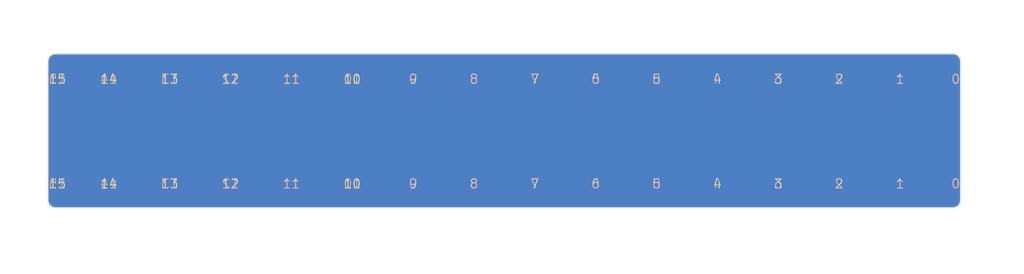
<source format=kicad_pcb>
(kicad_pcb (version 20211014) (generator pcbnew)
  (title_block (title "Spacehuhn PCB Ruler") (date "2022-06-24") (rev "2") (company "Spacehuhn Technologies") (comment 1 "Designed with <3 by Stefan"))
  (layers (0 "F.Cu" signal) (31 "B.Cu" signal) (34 "B.Paste" user) (35 "F.Paste" user) (36 "B.SilkS" user "B.Silkscreen") (37 "F.SilkS" user "F.Silkscreen") (38 "B.Mask" user) (39 "F.Mask" user) (44 "Edge.Cuts" user))
  (net 0 "")
  (footprint "PCB-Art:blackhole" (layer "F.Cu") (at 135.75 97.5)
    (fp_text reference "G***" hide)
    (fp_text value "LOGO" hide)
  )
  (footprint "PCB-Art:planet" (layer "F.Cu") (at 121 102.25)
    (fp_text reference "G***" hide)
    (fp_text value "LOGO" hide)
  )
  (footprint "PCB-Art:star3" (layer "F.Cu") (at 103.25 93.25)
    (fp_text reference "G***" hide)
    (fp_text value "LOGO" hide)
  )
  (footprint "PCB-Art:star3" (layer "F.Cu") (at 124 94.25)
    (fp_text reference "G***" hide)
    (fp_text value "LOGO" hide)
  )
  (footprint "PCB-Art:star1" (layer "F.Cu") (at 86.5 91.5)
    (fp_text reference "G***" hide)
    (fp_text value "LOGO" hide)
  )
  (footprint "PCB-Art:star1" (layer "F.Cu") (at 80.25 95.25)
    (fp_text reference "G***" hide)
    (fp_text value "LOGO" hide)
  )
  (footprint "PCB-Art:star1" (layer "F.Cu") (at 99.5 101.5)
    (fp_text reference "G***" hide)
    (fp_text value "LOGO" hide)
  )
  (footprint "PCB-Art:star2" (layer "F.Cu") (at 87.5 104.75)
    (fp_text reference "G***" hide)
    (fp_text value "LOGO" hide)
  )
  (footprint "PCB-Art:galaxy1" (layer "F.Cu") (at 90.75 97.5 30)
    (fp_text reference "G***" hide)
    (fp_text value "LOGO" hide)
  )
  (footprint "PCB-Art:comet" (layer "F.Cu") (at 111.25 99.5)
    (fp_text reference "G***" hide)
    (fp_text value "LOGO" hide)
  )
  (footprint "PCB-Art:star3" (layer "F.Cu") (at 82 101)
    (fp_text reference "G***" hide)
    (fp_text value "LOGO" hide)
  )
  (footprint "PCB-Art:planet2" (layer "F.Cu") (at 155.75 92.5)
    (fp_text reference "G***" hide)
    (fp_text value "LOGO" hide)
  )
  (footprint "PCB-Art:star1" (layer "F.Cu") (at 145.75 92)
    (fp_text reference "G***" hide)
    (fp_text value "LOGO" hide)
  )
  (footprint "PCB-Art:spaceship" (layer "F.Cu") (at 151.25 101)
    (fp_text reference "G***" hide)
    (fp_text value "LOGO" hide)
  )
  (footprint "PCB-Art:star1" (layer "F.Cu") (at 160.75 102)
    (fp_text reference "G***" hide)
    (fp_text value "LOGO" hide)
  )
  (footprint "PCB-Art:star2" (layer "F.Cu") (at 206 91.25)
    (fp_text reference "G***" hide)
    (fp_text value "LOGO" hide)
  )
  (footprint "PCB-Art:star2" (layer "F.Cu") (at 185.5 92)
    (fp_text reference "G***" hide)
    (fp_text value "LOGO" hide)
  )
  (footprint "PCB-Art:star2" (layer "F.Cu") (at 198.25 102.75)
    (fp_text reference "G***" hide)
    (fp_text value "LOGO" hide)
  )
  (footprint "PCB-Art:star1" (layer "F.Cu") (at 195.75 104.75)
    (fp_text reference "G***" hide)
    (fp_text value "LOGO" hide)
  )
  (footprint "PCB-Art:spacehuhn_text" (layer "F.Cu") (at 192.25 97.5)
    (fp_text reference "G***" hide)
    (fp_text value "LOGO" hide)
  )
  (footprint "PCB-Art:spacehuhn" (layer "F.Cu") (at 68.75 98)
    (fp_text reference "G***" hide)
    (fp_text value "LOGO" hide)
  )
  (footprint "PCB-Art:star1" (layer "F.Cu") (at 115.75 90.25)
    (fp_text reference "G***" hide)
    (fp_text value "LOGO" hide)
  )
  (footprint "PCB-Art:bigdipper" (layer "F.Cu") (at 169.25 99.25 5)
    (fp_text reference "G***" hide)
    (fp_text value "LOGO" hide)
  )
  (footprint "PCB-Art:star2" (layer "F.Cu") (at 170.75 93)
    (fp_text reference "G***" hide)
    (fp_text value "LOGO" hide)
  )
  (footprint "PCB-Art:star3" (layer "B.Cu") (at 82 94 180)
    (fp_text reference "G***" hide)
    (fp_text value "LOGO" hide)
  )
  (footprint "PCB-Art:planet2" (layer "B.Cu") (at 155.75 102.5 180)
    (fp_text reference "G***" hide)
    (fp_text value "LOGO" hide)
  )
  (footprint "PCB-Art:comet" (layer "B.Cu") (at 111.25 95.5 180)
    (fp_text reference "G***" hide)
    (fp_text value "LOGO" hide)
  )
  (footprint "PCB-Art:spacehuhn_text" (layer "B.Cu") (at 192.25 97.5 180)
    (fp_text reference "G***" hide)
    (fp_text value "LOGO" hide)
  )
  (footprint "PCB-Art:blackhole" (layer "B.Cu") (at 135.75 97.5 180)
    (fp_text reference "G***" hide)
    (fp_text value "LOGO" hide)
  )
  (footprint "PCB-Art:galaxy1" (layer "B.Cu") (at 90.75 97.5 150)
    (fp_text reference "G***" hide)
    (fp_text value "LOGO" hide)
  )
  (footprint "PCB-Art:star2" (layer "B.Cu") (at 87.5 90.25 180)
    (fp_text reference "G***" hide)
    (fp_text value "LOGO" hide)
  )
  (footprint "PCB-Art:spaceship" (layer "B.Cu") (at 151.25 94 180)
    (fp_text reference "G***" hide)
    (fp_text value "LOGO" hide)
  )
  (footprint "PCB-Art:star1" (layer "B.Cu") (at 145.75 103 180)
    (fp_text reference "G***" hide)
    (fp_text value "LOGO" hide)
  )
  (footprint "PCB-Art:star1" (layer "B.Cu") (at 195.75 90.25 180)
    (fp_text reference "G***" hide)
    (fp_text value "LOGO" hide)
  )
  (footprint "PCB-Art:star1" (layer "B.Cu") (at 99.5 93.5 180)
    (fp_text reference "G***" hide)
    (fp_text value "LOGO" hide)
  )
  (footprint "PCB-Art:star2" (layer "B.Cu") (at 206 103.75 180)
    (fp_text reference "G***" hide)
    (fp_text value "LOGO" hide)
  )
  (footprint "PCB-Art:star2" (layer "B.Cu") (at 198.25 92.25 180)
    (fp_text reference "G***" hide)
    (fp_text value "LOGO" hide)
  )
  (footprint "PCB-Art:star1" (layer "B.Cu") (at 80.25 99.75 180)
    (fp_text reference "G***" hide)
    (fp_text value "LOGO" hide)
  )
  (footprint "PCB-Art:star2" (layer "B.Cu") (at 185.5 103 180)
    (fp_text reference "G***" hide)
    (fp_text value "LOGO" hide)
  )
  (footprint "PCB-Art:star1" (layer "B.Cu") (at 160.75 93 180)
    (fp_text reference "G***" hide)
    (fp_text value "LOGO" hide)
  )
  (footprint "PCB-Art:star2" (layer "B.Cu") (at 170.75 102 180)
    (fp_text reference "G***" hide)
    (fp_text value "LOGO" hide)
  )
  (footprint "PCB-Art:star1" (layer "B.Cu") (at 86.5 103.5 180)
    (fp_text reference "G***" hide)
    (fp_text value "LOGO" hide)
  )
  (footprint "PCB-Art:bigdipper" (layer "B.Cu") (at 169.25 95.75 175)
    (fp_text reference "G***" hide)
    (fp_text value "LOGO" hide)
  )
  (footprint "PCB-Art:star3" (layer "B.Cu") (at 124 100.75 180)
    (fp_text reference "G***" hide)
    (fp_text value "LOGO" hide)
  )
  (footprint "PCB-Art:star3" (layer "B.Cu") (at 103.25 101.75 180)
    (fp_text reference "G***" hide)
    (fp_text value "LOGO" hide)
  )
  (footprint "PCB-Art:planet" (layer "B.Cu") (at 121 92.75 180)
    (fp_text reference "G***" hide)
    (fp_text value "LOGO" hide)
  )
  (footprint "PCB-Art:spacehuhn" (layer "B.Cu") (at 71.45 98 180)
    (fp_text reference "G***" hide)
    (fp_text value "LOGO" hide)
  )
  (gr_line (start 210.75 86.05) (end 210.75 108.916117) (layer "Edge.Cuts") (width 0.1))
  (gr_line (start 209.5 110.166117) (end 62 110.166117) (layer "Edge.Cuts") (width 0.1))
  (gr_line (start 60.75 108.916117) (end 60.75 86.05) (layer "Edge.Cuts") (width 0.1))
  (gr_line (start 62 84.8) (end 209.5 84.8) (layer "Edge.Cuts") (width 0.1))
  (gr_arc (start 62 110.166117) (mid 61.116117 109.8) (end 60.75 108.916117) (layer "Edge.Cuts") (width 0.1))
  (gr_arc (start 60.75 86.05) (mid 61.116117 85.166117) (end 62 84.8) (layer "Edge.Cuts") (width 0.1))
  (gr_arc (start 209.5 84.8) (mid 210.383883 85.166117) (end 210.75 86.05) (layer "Edge.Cuts") (width 0.1))
  (gr_arc (start 210.75 108.916117) (mid 210.383883 109.8) (end 209.5 110.166117) (layer "Edge.Cuts") (width 0.1))
  (gr_text "0" (at 209.914286 88.9 -180) (layer "B.SilkS") (effects (font (size 1.5 1.5)) (justify mirror)))
  (gr_text "10" (at 110.764286 89) (layer "B.SilkS") (effects (font (size 1.5 1.5)) (justify mirror)))
  (gr_text "14" (at 70.764286 89) (layer "B.SilkS") (effects (font (size 1.5 1.5)) (justify mirror)))
  (gr_text "7" (at 140.764286 89) (layer "B.SilkS") (effects (font (size 1.5 1.5)) (justify mirror)))
  (gr_text "11" (at 100.764286 89) (layer "B.SilkS") (effects (font (size 1.5 1.5)) (justify mirror)))
  (gr_text "15" (at 62.314286 89) (layer "B.SilkS") (effects (font (size 1.5 1.5)) (justify mirror)))
  (gr_text "3" (at 180.764286 89) (layer "B.SilkS") (effects (font (size 1.5 1.5)) (justify mirror)))
  (gr_text "6" (at 150.764286 89) (layer "B.SilkS") (effects (font (size 1.5 1.5)) (justify mirror)))
  (gr_text "5" (at 160.764286 89) (layer "B.SilkS") (effects (font (size 1.5 1.5)) (justify mirror)))
  (gr_text "4" (at 170.764286 89) (layer "B.SilkS") (effects (font (size 1.5 1.5)) (justify mirror)))
  (gr_text "13" (at 80.764286 89) (layer "B.SilkS") (effects (font (size 1.5 1.5)) (justify mirror)))
  (gr_text "12" (at 90.764286 89) (layer "B.SilkS") (effects (font (size 1.5 1.5)) (justify mirror)))
  (gr_text "8" (at 130.764286 89) (layer "B.SilkS") (effects (font (size 1.5 1.5)) (justify mirror)))
  (gr_text "1" (at 200.764286 89) (layer "B.SilkS") (effects (font (size 1.5 1.5)) (justify mirror)))
  (gr_text "2" (at 190.764286 89) (layer "B.SilkS") (effects (font (size 1.5 1.5)) (justify mirror)))
  (gr_text "9" (at 120.764286 89) (layer "B.SilkS") (effects (font (size 1.5 1.5)) (justify mirror)))
  (gr_text "9" (at 120.764286 106.2) (layer "B.SilkS") (effects (font (size 1.5 1.5)) (justify mirror)))
  (gr_text "2" (at 190.764286 106.2) (layer "B.SilkS") (effects (font (size 1.5 1.5)) (justify mirror)))
  (gr_text "1" (at 200.764286 106.2) (layer "B.SilkS") (effects (font (size 1.5 1.5)) (justify mirror)))
  (gr_text "8" (at 130.764286 106.2) (layer "B.SilkS") (effects (font (size 1.5 1.5)) (justify mirror)))
  (gr_text "12" (at 90.764286 106.2) (layer "B.SilkS") (effects (font (size 1.5 1.5)) (justify mirror)))
  (gr_text "13" (at 80.764286 106.2) (layer "B.SilkS") (effects (font (size 1.5 1.5)) (justify mirror)))
  (gr_text "4" (at 170.764286 106.2) (layer "B.SilkS") (effects (font (size 1.5 1.5)) (justify mirror)))
  (gr_text "5" (at 160.764286 106.2) (layer "B.SilkS") (effects (font (size 1.5 1.5)) (justify mirror)))
  (gr_text "6" (at 150.764286 106.2) (layer "B.SilkS") (effects (font (size 1.5 1.5)) (justify mirror)))
  (gr_text "3" (at 180.764286 106.2) (layer "B.SilkS") (effects (font (size 1.5 1.5)) (justify mirror)))
  (gr_text "15" (at 62.314286 106.2) (layer "B.SilkS") (effects (font (size 1.5 1.5)) (justify mirror)))
  (gr_text "11" (at 100.764286 106.2) (layer "B.SilkS") (effects (font (size 1.5 1.5)) (justify mirror)))
  (gr_text "7" (at 140.764286 106.2) (layer "B.SilkS") (effects (font (size 1.5 1.5)) (justify mirror)))
  (gr_text "14" (at 70.764286 106.2) (layer "B.SilkS") (effects (font (size 1.5 1.5)) (justify mirror)))
  (gr_text "10" (at 110.764286 106.2) (layer "B.SilkS") (effects (font (size 1.5 1.5)) (justify mirror)))
  (gr_text "0" (at 209.914286 106.2) (layer "B.SilkS") (effects (font (size 1.5 1.5)) (justify mirror)))
  (gr_text "1" (at 200.764286 106.2) (layer "F.SilkS") (effects (font (size 1.5 1.5))))
  (gr_text "5" (at 160.764286 106.2) (layer "F.SilkS") (effects (font (size 1.5 1.5))))
  (gr_text "2" (at 190.764286 106.2) (layer "F.SilkS") (effects (font (size 1.5 1.5))))
  (gr_text "13" (at 80.764286 106.2) (layer "F.SilkS") (effects (font (size 1.5 1.5))))
  (gr_text "8" (at 130.764286 106.2) (layer "F.SilkS") (effects (font (size 1.5 1.5))))
  (gr_text "7" (at 140.764286 106.2) (layer "F.SilkS") (effects (font (size 1.5 1.5))))
  (gr_text "0" (at 209.914286 106.2) (layer "F.SilkS") (effects (font (size 1.5 1.5))))
  (gr_text "3" (at 180.764286 106.2) (layer "F.SilkS") (effects (font (size 1.5 1.5))))
  (gr_text "12" (at 90.764286 106.2) (layer "F.SilkS") (effects (font (size 1.5 1.5))))
  (gr_text "10" (at 110.764286 106.2) (layer "F.SilkS") (effects (font (size 1.5 1.5))))
  (gr_text "11" (at 100.764286 106.2) (layer "F.SilkS") (effects (font (size 1.5 1.5))))
  (gr_text "9" (at 120.764286 106.2) (layer "F.SilkS") (effects (font (size 1.5 1.5))))
  (gr_text "4" (at 170.764286 106.2) (layer "F.SilkS") (effects (font (size 1.5 1.5))))
  (gr_text "6" (at 150.764286 106.2) (layer "F.SilkS") (effects (font (size 1.5 1.5))))
  (gr_text "14" (at 70.764286 106.2) (layer "F.SilkS") (effects (font (size 1.5 1.5))))
  (gr_text "15" (at 62.314286 106.2) (layer "F.SilkS") (effects (font (size 1.5 1.5))))
  (gr_text "5" (at 160.764286 89) (layer "F.SilkS") (effects (font (size 1.5 1.5))))
  (gr_text "6" (at 150.764286 89) (layer "F.SilkS") (effects (font (size 1.5 1.5))))
  (gr_text "14" (at 70.764286 89) (layer "F.SilkS") (effects (font (size 1.5 1.5))))
  (gr_text "8" (at 130.764286 89) (layer "F.SilkS") (effects (font (size 1.5 1.5))))
  (gr_text "13" (at 80.764286 89) (layer "F.SilkS") (effects (font (size 1.5 1.5))))
  (gr_text "4" (at 170.764286 89) (layer "F.SilkS") (effects (font (size 1.5 1.5))))
  (gr_text "2" (at 190.764286 89) (layer "F.SilkS") (effects (font (size 1.5 1.5))))
  (gr_text "1" (at 200.764286 89) (layer "F.SilkS") (effects (font (size 1.5 1.5))))
  (gr_text "3" (at 180.764286 89) (layer "F.SilkS") (effects (font (size 1.5 1.5))))
  (gr_text "15" (at 62.314286 89) (layer "F.SilkS") (effects (font (size 1.5 1.5))))
  (gr_text "11" (at 100.764286 89) (layer "F.SilkS") (effects (font (size 1.5 1.5))))
  (gr_text "12" (at 90.764286 89) (layer "F.SilkS") (effects (font (size 1.5 1.5))))
  (gr_text "7" (at 140.764286 89) (layer "F.SilkS") (effects (font (size 1.5 1.5))))
  (gr_text "0" (at 209.914286 89) (layer "F.SilkS") (effects (font (size 1.5 1.5))))
  (gr_text "10" (at 110.764286 89) (layer "F.SilkS") (effects (font (size 1.5 1.5))))
  (gr_text "9" (at 120.764286 89) (layer "F.SilkS") (effects (font (size 1.5 1.5))))
  (zone (net 0) (net_name "") (layer "F.Cu") (connect_pads (clearance 0.127)) (min_thickness 0.254) (fill yes (thermal_gap 0.508) (thermal_bridge_width 0.508))
    (polygon (pts (xy 220 116.5) (xy 56.5 118.25) (xy 57.25 84.75) (xy 57.25 83.5) (xy 219 83.25)))
  )
  (zone (net 0) (net_name "") (layer "B.Cu") (connect_pads (clearance 0.127)) (min_thickness 0.254) (fill yes (thermal_gap 0.508) (thermal_bridge_width 0.508))
    (polygon (pts (xy 221.144058 119.258404) (xy 52.894058 121.008404) (xy 53.644058 80.258404) (xy 220.394058 80.008404)))
  )
)
</source>
